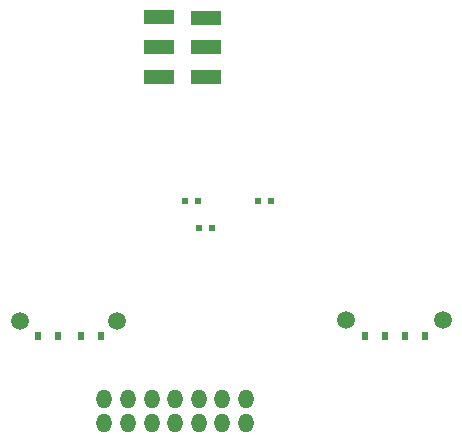
<source format=gbs>
%TF.GenerationSoftware,KiCad,Pcbnew,no-vcs-found-3ac87f6~59~ubuntu16.04.1*%
%TF.CreationDate,2017-08-31T14:42:41+03:00*%
%TF.ProjectId,livolo_2_channels_1way_eu_switch,6C69766F6C6F5F325F6368616E6E656C,rev?*%
%TF.SameCoordinates,Original*%
%TF.FileFunction,Soldermask,Bot*%
%TF.FilePolarity,Negative*%
%FSLAX46Y46*%
G04 Gerber Fmt 4.6, Leading zero omitted, Abs format (unit mm)*
G04 Created by KiCad (PCBNEW no-vcs-found-3ac87f6~59~ubuntu16.04.1) date Thu Aug 31 14:42:41 2017*
%MOMM*%
%LPD*%
G01*
G04 APERTURE LIST*
%ADD10O,1.300000X1.600000*%
%ADD11R,2.500000X1.270000*%
%ADD12C,1.500000*%
%ADD13R,0.600000X0.500000*%
%ADD14R,0.600000X0.800000*%
G04 APERTURE END LIST*
D10*
X143650000Y-107550000D03*
X143650000Y-109550000D03*
X141650000Y-107550000D03*
X141650000Y-109550000D03*
X139650000Y-107550000D03*
X139650000Y-109550000D03*
X137650000Y-107550000D03*
X137650000Y-109550000D03*
X135650000Y-107550000D03*
X135650000Y-109550000D03*
X133650000Y-107550000D03*
X133650000Y-109550000D03*
X131650000Y-107550000D03*
X131650000Y-109550000D03*
D11*
X136250000Y-75210000D03*
X136250000Y-77750000D03*
X136250000Y-80290000D03*
X140250000Y-80290000D03*
X140250000Y-77750000D03*
X140250000Y-75250000D03*
D12*
X152100000Y-100850000D03*
X160300000Y-100850000D03*
X132700000Y-100900000D03*
X124500000Y-100900000D03*
D13*
X140800000Y-93000000D03*
X139700000Y-93000000D03*
X139550000Y-90750000D03*
X138450000Y-90750000D03*
X145800000Y-90750000D03*
X144700000Y-90750000D03*
D14*
X129650000Y-102150000D03*
X131350000Y-102150000D03*
X126000000Y-102150000D03*
X127700000Y-102150000D03*
X158800000Y-102150000D03*
X157100000Y-102150000D03*
X155450000Y-102150000D03*
X153750000Y-102150000D03*
M02*

</source>
